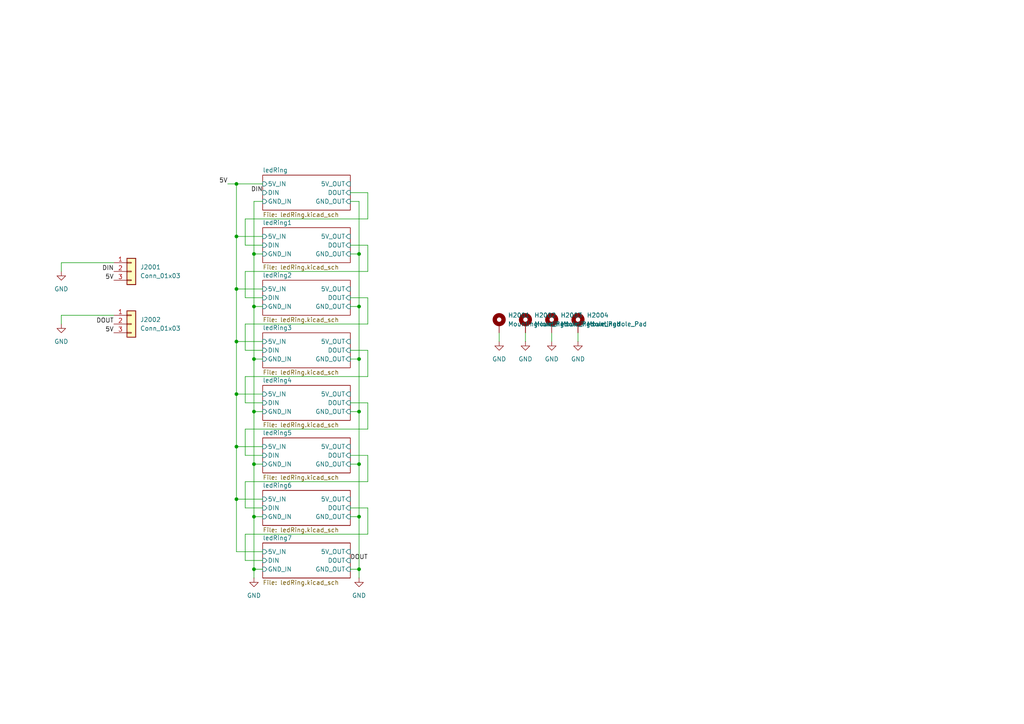
<source format=kicad_sch>
(kicad_sch (version 20250114) (generator "eeschema") (generator_version "9.0")
  (paper "A4")
  (lib_symbols
    (symbol "Connector_Generic:Conn_01x03" (pin_names (offset 1.016) (hide yes))
      (property "Reference" "J" (at 0 5.08 0))
      (property "Value" "Conn_01x03" (at 0 -5.08 0))
      (symbol "Conn_01x03_1_1"
        (rectangle (start -1.27 3.81) (end 1.27 -3.81) (stroke (width 0.254)) (fill (type background)))
        (rectangle (start -1.27 2.667) (end 0 2.413) (stroke (width 0.1524)))
        (rectangle (start -1.27 0.127) (end 0 -0.127) (stroke (width 0.1524)))
        (rectangle (start -1.27 -2.413) (end 0 -2.667) (stroke (width 0.1524)))
        (pin passive line (at -5.08 2.54 0) (length 3.81) (name "Pin_1") (number "1"))
        (pin passive line (at -5.08 0 0) (length 3.81) (name "Pin_2") (number "2"))
        (pin passive line (at -5.08 -2.54 0) (length 3.81) (name "Pin_3") (number "3"))
      )
    )
    (symbol "Mechanical:MountingHole_Pad" (pin_numbers (hide yes)) (pin_names (offset 1.016) (hide yes)) (exclude_from_sim yes) (in_bom no)
      (property "Reference" "H" (at 0 6.35 0))
      (property "Value" "MountingHole_Pad" (at 0 4.445 0))
      (symbol "MountingHole_Pad_0_1"
        (circle (center 0 1.27) (radius 1.27) (stroke (width 1.27)))
      )
      (symbol "MountingHole_Pad_1_1"
        (pin input line (at 0 -2.54 90) (length 2.54) (name "1") (number "1"))
      )
    )
    (symbol "power:GND" (power) (pin_numbers (hide yes)) (pin_names (offset 0) (hide yes))
      (property "Value" "GND" (at 0 -3.81 0))
      (symbol "GND_0_1"
        (polyline (pts (xy 0 0) (xy 0 -1.27) (xy 1.27 -1.27) (xy 0 -2.54) (xy -1.27 -1.27) (xy 0 -1.27)))
      )
      (symbol "GND_1_1"
        (pin power_in line (at 0 0 270) (length 0) (name "~") (number "1"))
      )
    )
  )
  (junction (at 68.58 68.58))
  (junction (at 104.14 104.14))
  (junction (at 73.66 149.86))
  (junction (at 73.66 104.14))
  (junction (at 73.66 88.9))
  (junction (at 68.58 114.3))
  (junction (at 73.66 119.38))
  (junction (at 104.14 88.9))
  (junction (at 104.14 149.86))
  (junction (at 104.14 73.66))
  (junction (at 104.14 165.1))
  (junction (at 68.58 144.78))
  (junction (at 68.58 53.34))
  (junction (at 104.14 119.38))
  (junction (at 68.58 83.82))
  (junction (at 104.14 134.62))
  (junction (at 68.58 99.06))
  (junction (at 73.66 165.1))
  (junction (at 73.66 134.62))
  (junction (at 68.58 129.54))
  (junction (at 73.66 73.66))
  (wire (pts (xy 68.58 68.58) (xy 68.58 83.82)))
  (wire (pts (xy 68.58 160.02) (xy 76.2 160.02)))
  (wire (pts (xy 73.66 73.66) (xy 76.2 73.66)))
  (wire (pts (xy 73.66 88.9) (xy 76.2 88.9)))
  (wire (pts (xy 73.66 88.9) (xy 73.66 73.66)))
  (wire (pts (xy 68.58 144.78) (xy 76.2 144.78)))
  (wire (pts (xy 68.58 129.54) (xy 68.58 144.78)))
  (wire (pts (xy 104.14 134.62) (xy 104.14 119.38)))
  (wire (pts (xy 106.68 116.84) (xy 106.68 124.46)))
  (wire (pts (xy 68.58 83.82) (xy 76.2 83.82)))
  (wire (pts (xy 73.66 104.14) (xy 73.66 88.9)))
  (wire (pts (xy 68.58 129.54) (xy 76.2 129.54)))
  (wire (pts (xy 71.12 154.94) (xy 106.68 154.94)))
  (wire (pts (xy 101.6 116.84) (xy 106.68 116.84)))
  (wire (pts (xy 71.12 101.6) (xy 76.2 101.6)))
  (wire (pts (xy 76.2 71.12) (xy 71.12 71.12)))
  (wire (pts (xy 73.66 134.62) (xy 76.2 134.62)))
  (wire (pts (xy 104.14 119.38) (xy 104.14 104.14)))
  (wire (pts (xy 101.6 101.6) (xy 106.68 101.6)))
  (wire (pts (xy 73.66 149.86) (xy 73.66 134.62)))
  (wire (pts (xy 106.68 86.36) (xy 106.68 93.98)))
  (wire (pts (xy 101.6 104.14) (xy 104.14 104.14)))
  (wire (pts (xy 101.6 88.9) (xy 104.14 88.9)))
  (wire (pts (xy 71.12 162.56) (xy 71.12 154.94)))
  (wire (pts (xy 106.68 63.5) (xy 106.68 55.88)))
  (wire (pts (xy 101.6 86.36) (xy 106.68 86.36)))
  (wire (pts (xy 73.66 165.1) (xy 76.2 165.1)))
  (wire (pts (xy 106.68 101.6) (xy 106.68 109.22)))
  (wire (pts (xy 71.12 63.5) (xy 106.68 63.5)))
  (wire (pts (xy 71.12 116.84) (xy 76.2 116.84)))
  (wire (pts (xy 17.78 78.74) (xy 17.78 76.2)))
  (wire (pts (xy 101.6 71.12) (xy 106.68 71.12)))
  (wire (pts (xy 71.12 147.32) (xy 76.2 147.32)))
  (wire (pts (xy 71.12 86.36) (xy 76.2 86.36)))
  (wire (pts (xy 106.68 109.22) (xy 71.12 109.22)))
  (wire (pts (xy 76.2 162.56) (xy 71.12 162.56)))
  (wire (pts (xy 73.66 58.42) (xy 76.2 58.42)))
  (wire (pts (xy 17.78 93.98) (xy 17.78 91.44)))
  (wire (pts (xy 101.6 134.62) (xy 104.14 134.62)))
  (wire (pts (xy 68.58 99.06) (xy 68.58 114.3)))
  (wire (pts (xy 68.58 53.34) (xy 68.58 68.58)))
  (wire (pts (xy 160.02 96.52) (xy 160.02 99.06)))
  (wire (pts (xy 104.14 167.64) (xy 104.14 165.1)))
  (wire (pts (xy 106.68 139.7) (xy 71.12 139.7)))
  (wire (pts (xy 73.66 167.64) (xy 73.66 165.1)))
  (wire (pts (xy 71.12 124.46) (xy 71.12 132.08)))
  (wire (pts (xy 101.6 149.86) (xy 104.14 149.86)))
  (wire (pts (xy 101.6 119.38) (xy 104.14 119.38)))
  (wire (pts (xy 73.66 119.38) (xy 76.2 119.38)))
  (wire (pts (xy 106.68 154.94) (xy 106.68 147.32)))
  (wire (pts (xy 101.6 132.08) (xy 106.68 132.08)))
  (wire (pts (xy 71.12 78.74) (xy 71.12 86.36)))
  (wire (pts (xy 104.14 88.9) (xy 104.14 73.66)))
  (wire (pts (xy 144.78 96.52) (xy 144.78 99.06)))
  (wire (pts (xy 71.12 109.22) (xy 71.12 116.84)))
  (wire (pts (xy 68.58 83.82) (xy 68.58 99.06)))
  (wire (pts (xy 68.58 68.58) (xy 76.2 68.58)))
  (wire (pts (xy 73.66 165.1) (xy 73.66 149.86)))
  (wire (pts (xy 106.68 55.88) (xy 101.6 55.88)))
  (wire (pts (xy 73.66 73.66) (xy 73.66 58.42)))
  (wire (pts (xy 68.58 114.3) (xy 76.2 114.3)))
  (wire (pts (xy 73.66 134.62) (xy 73.66 119.38)))
  (wire (pts (xy 101.6 73.66) (xy 104.14 73.66)))
  (wire (pts (xy 101.6 147.32) (xy 106.68 147.32)))
  (wire (pts (xy 17.78 76.2) (xy 33.02 76.2)))
  (wire (pts (xy 106.68 78.74) (xy 71.12 78.74)))
  (wire (pts (xy 66.04 53.34) (xy 68.58 53.34)))
  (wire (pts (xy 101.6 165.1) (xy 104.14 165.1)))
  (wire (pts (xy 71.12 132.08) (xy 76.2 132.08)))
  (wire (pts (xy 106.68 93.98) (xy 71.12 93.98)))
  (wire (pts (xy 68.58 53.34) (xy 76.2 53.34)))
  (wire (pts (xy 106.68 124.46) (xy 71.12 124.46)))
  (wire (pts (xy 104.14 165.1) (xy 104.14 149.86)))
  (wire (pts (xy 104.14 149.86) (xy 104.14 134.62)))
  (wire (pts (xy 71.12 139.7) (xy 71.12 147.32)))
  (wire (pts (xy 68.58 114.3) (xy 68.58 129.54)))
  (wire (pts (xy 68.58 99.06) (xy 76.2 99.06)))
  (wire (pts (xy 71.12 71.12) (xy 71.12 63.5)))
  (wire (pts (xy 106.68 132.08) (xy 106.68 139.7)))
  (wire (pts (xy 152.4 96.52) (xy 152.4 99.06)))
  (wire (pts (xy 104.14 58.42) (xy 101.6 58.42)))
  (wire (pts (xy 17.78 91.44) (xy 33.02 91.44)))
  (wire (pts (xy 73.66 149.86) (xy 76.2 149.86)))
  (wire (pts (xy 106.68 71.12) (xy 106.68 78.74)))
  (wire (pts (xy 167.64 96.52) (xy 167.64 99.06)))
  (wire (pts (xy 104.14 73.66) (xy 104.14 58.42)))
  (wire (pts (xy 71.12 93.98) (xy 71.12 101.6)))
  (wire (pts (xy 73.66 104.14) (xy 76.2 104.14)))
  (wire (pts (xy 73.66 119.38) (xy 73.66 104.14)))
  (wire (pts (xy 68.58 144.78) (xy 68.58 160.02)))
  (wire (pts (xy 104.14 104.14) (xy 104.14 88.9)))
  (label "DOUT" (at 101.6 162.56 0))
  (label "5V" (at 33.02 96.52 180))
  (label "5V" (at 33.02 81.28 180))
  (label "DIN" (at 33.02 78.74 180))
  (label "5V" (at 66.04 53.34 180))
  (label "DIN" (at 76.2 55.88 180))
  (label "DOUT" (at 33.02 93.98 180))
  (symbol (lib_id "power:GND") (at 17.78 93.98 0) (unit 1)
    (property "Reference" "#PWR02002" (effects (hide yes)))
    (property "Value" "GND" (at 17.78 99.06 0))
    (property "Description" "Power symbol creates a global label with name \"GND\" , ground" (effects (hide yes)))
  )
  (symbol (lib_id "power:GND") (at 152.4 99.06 0) (unit 1)
    (property "Reference" "#PWR02006" (effects (hide yes)))
    (property "Value" "GND" (at 152.4 104.14 0))
    (property "Description" "Power symbol creates a global label with name \"GND\" , ground" (effects (hide yes)))
  )
  (symbol (lib_id "Mechanical:MountingHole_Pad") (at 167.64 93.98 0) (unit 1) (exclude_from_sim yes) (in_bom no)
    (property "Reference" "H2004" (at 170.18 91.4399 0) (effects (justify left)))
    (property "Value" "MountingHole_Pad" (at 170.18 93.9799 0) (effects (justify left)))
    (property "Footprint" "MountingHole:MountingHole_2.5mm_Pad_Via" (effects (hide yes)))
    (property "Description" "Mounting Hole with connection" (effects (hide yes)))
  )
  (symbol (lib_id "Connector_Generic:Conn_01x03") (at 38.1 93.98 0) (unit 1)
    (property "Reference" "J2002" (at 40.64 92.7099 0) (effects (justify left)))
    (property "Value" "Conn_01x03" (at 40.64 95.2499 0) (effects (justify left)))
    (property "Footprint" "Connector_PinHeader_2.54mm:PinHeader_1x03_P2.54mm_Vertical" (effects (hide yes)))
    (property "Description" "Generic connector, single row, 01x03, script generated (kicad-library-utils/schlib/autogen/connector/)" (effects (hide yes)))
  )
  (symbol (lib_id "Mechanical:MountingHole_Pad") (at 144.78 93.98 0) (unit 1) (exclude_from_sim yes) (in_bom no)
    (property "Reference" "H2001" (at 147.32 91.4399 0) (effects (justify left)))
    (property "Value" "MountingHole_Pad" (at 147.32 93.9799 0) (effects (justify left)))
    (property "Footprint" "MountingHole:MountingHole_2.5mm_Pad_Via" (effects (hide yes)))
    (property "Description" "Mounting Hole with connection" (effects (hide yes)))
  )
  (symbol (lib_id "power:GND") (at 160.02 99.06 0) (unit 1)
    (property "Reference" "#PWR02007" (effects (hide yes)))
    (property "Value" "GND" (at 160.02 104.14 0))
    (property "Description" "Power symbol creates a global label with name \"GND\" , ground" (effects (hide yes)))
  )
  (symbol (lib_id "Connector_Generic:Conn_01x03") (at 38.1 78.74 0) (unit 1)
    (property "Reference" "J2001" (at 40.64 77.4699 0) (effects (justify left)))
    (property "Value" "Conn_01x03" (at 40.64 80.0099 0) (effects (justify left)))
    (property "Footprint" "Connector_PinHeader_2.54mm:PinHeader_1x03_P2.54mm_Vertical" (effects (hide yes)))
    (property "Description" "Generic connector, single row, 01x03, script generated (kicad-library-utils/schlib/autogen/connector/)" (effects (hide yes)))
  )
  (symbol (lib_id "power:GND") (at 167.64 99.06 0) (unit 1)
    (property "Reference" "#PWR02008" (effects (hide yes)))
    (property "Value" "GND" (at 167.64 104.14 0))
    (property "Description" "Power symbol creates a global label with name \"GND\" , ground" (effects (hide yes)))
  )
  (symbol (lib_id "Mechanical:MountingHole_Pad") (at 152.4 93.98 0) (unit 1) (exclude_from_sim yes) (in_bom no)
    (property "Reference" "H2002" (at 154.94 91.4399 0) (effects (justify left)))
    (property "Value" "MountingHole_Pad" (at 154.94 93.9799 0) (effects (justify left)))
    (property "Footprint" "MountingHole:MountingHole_2.5mm_Pad_Via" (effects (hide yes)))
    (property "Description" "Mounting Hole with connection" (effects (hide yes)))
  )
  (symbol (lib_id "power:GND") (at 17.78 78.74 0) (unit 1)
    (property "Reference" "#PWR02001" (effects (hide yes)))
    (property "Value" "GND" (at 17.78 83.82 0))
    (property "Description" "Power symbol creates a global label with name \"GND\" , ground" (effects (hide yes)))
  )
  (symbol (lib_id "power:GND") (at 104.14 167.64 0) (unit 1)
    (property "Reference" "#PWR02004" (effects (hide yes)))
    (property "Value" "GND" (at 104.14 172.72 0))
    (property "Description" "Power symbol creates a global label with name \"GND\" , ground" (effects (hide yes)))
  )
  (symbol (lib_id "power:GND") (at 144.78 99.06 0) (unit 1)
    (property "Reference" "#PWR02005" (effects (hide yes)))
    (property "Value" "GND" (at 144.78 104.14 0))
    (property "Description" "Power symbol creates a global label with name \"GND\" , ground" (effects (hide yes)))
  )
  (symbol (lib_id "Mechanical:MountingHole_Pad") (at 160.02 93.98 0) (unit 1) (exclude_from_sim yes) (in_bom no)
    (property "Reference" "H2003" (at 162.56 91.4399 0) (effects (justify left)))
    (property "Value" "MountingHole_Pad" (at 162.56 93.9799 0) (effects (justify left)))
    (property "Footprint" "MountingHole:MountingHole_2.5mm_Pad_Via" (effects (hide yes)))
    (property "Description" "Mounting Hole with connection" (effects (hide yes)))
  )
  (symbol (lib_id "power:GND") (at 73.66 167.64 0) (unit 1)
    (property "Reference" "#PWR02003" (effects (hide yes)))
    (property "Value" "GND" (at 73.66 172.72 0))
    (property "Description" "Power symbol creates a global label with name \"GND\" , ground" (effects (hide yes)))
  )
  (sheet (at 76.2 96.52) (size 25.4 10.16) (stroke (width 0.1524))
    (property "Sheetname" "ledRing3" (at 76.2 95.8084 0) (effects (justify left bottom)))
    (property "Sheetfile" "ledRing.kicad_sch" (at 76.2 107.2646 0) (effects (justify left top)))
    (pin "5V_IN" input (at 76.2 99.06 180))
    (pin "5V_OUT" input (at 101.6 99.06 0))
    (pin "DIN" input (at 76.2 101.6 180))
    (pin "DOUT" input (at 101.6 101.6 0))
    (pin "GND_IN" input (at 76.2 104.14 180))
    (pin "GND_OUT" input (at 101.6 104.14 0))
  )
  (sheet (at 76.2 50.8) (size 25.4 10.16) (stroke (width 0.1524))
    (property "Sheetname" "ledRing" (at 76.2 50.0884 0) (effects (justify left bottom)))
    (property "Sheetfile" "ledRing.kicad_sch" (at 76.2 61.5446 0) (effects (justify left top)))
    (pin "5V_IN" input (at 76.2 53.34 180))
    (pin "5V_OUT" input (at 101.6 53.34 0))
    (pin "DIN" input (at 76.2 55.88 180))
    (pin "DOUT" input (at 101.6 55.88 0))
    (pin "GND_IN" input (at 76.2 58.42 180))
    (pin "GND_OUT" input (at 101.6 58.42 0))
  )
  (sheet (at 76.2 127) (size 25.4 10.16) (stroke (width 0.1524))
    (property "Sheetname" "ledRing5" (at 76.2 126.2884 0) (effects (justify left bottom)))
    (property "Sheetfile" "ledRing.kicad_sch" (at 76.2 137.7446 0) (effects (justify left top)))
    (pin "5V_IN" input (at 76.2 129.54 180))
    (pin "5V_OUT" input (at 101.6 129.54 0))
    (pin "DIN" input (at 76.2 132.08 180))
    (pin "DOUT" input (at 101.6 132.08 0))
    (pin "GND_IN" input (at 76.2 134.62 180))
    (pin "GND_OUT" input (at 101.6 134.62 0))
  )
  (sheet (at 76.2 111.76) (size 25.4 10.16) (stroke (width 0.1524))
    (property "Sheetname" "ledRing4" (at 76.2 111.0484 0) (effects (justify left bottom)))
    (property "Sheetfile" "ledRing.kicad_sch" (at 76.2 122.5046 0) (effects (justify left top)))
    (pin "5V_IN" input (at 76.2 114.3 180))
    (pin "5V_OUT" input (at 101.6 114.3 0))
    (pin "DIN" input (at 76.2 116.84 180))
    (pin "DOUT" input (at 101.6 116.84 0))
    (pin "GND_IN" input (at 76.2 119.38 180))
    (pin "GND_OUT" input (at 101.6 119.38 0))
  )
  (sheet (at 76.2 66.04) (size 25.4 10.16) (stroke (width 0.1524))
    (property "Sheetname" "ledRing1" (at 76.2 65.3284 0) (effects (justify left bottom)))
    (property "Sheetfile" "ledRing.kicad_sch" (at 76.2 76.7846 0) (effects (justify left top)))
    (pin "5V_IN" input (at 76.2 68.58 180))
    (pin "5V_OUT" input (at 101.6 68.58 0))
    (pin "DIN" input (at 76.2 71.12 180))
    (pin "DOUT" input (at 101.6 71.12 0))
    (pin "GND_IN" input (at 76.2 73.66 180))
    (pin "GND_OUT" input (at 101.6 73.66 0))
  )
  (sheet (at 76.2 157.48) (size 25.4 10.16) (stroke (width 0.1524))
    (property "Sheetname" "ledRing7" (at 76.2 156.7684 0) (effects (justify left bottom)))
    (property "Sheetfile" "ledRing.kicad_sch" (at 76.2 168.2246 0) (effects (justify left top)))
    (pin "5V_IN" input (at 76.2 160.02 180))
    (pin "5V_OUT" input (at 101.6 160.02 0))
    (pin "DIN" input (at 76.2 162.56 180))
    (pin "DOUT" input (at 101.6 162.56 0))
    (pin "GND_IN" input (at 76.2 165.1 180))
    (pin "GND_OUT" input (at 101.6 165.1 0))
  )
  (sheet (at 76.2 142.24) (size 25.4 10.16) (stroke (width 0.1524))
    (property "Sheetname" "ledRing6" (at 76.2 141.5284 0) (effects (justify left bottom)))
    (property "Sheetfile" "ledRing.kicad_sch" (at 76.2 152.9846 0) (effects (justify left top)))
    (pin "5V_IN" input (at 76.2 144.78 180))
    (pin "5V_OUT" input (at 101.6 144.78 0))
    (pin "DIN" input (at 76.2 147.32 180))
    (pin "DOUT" input (at 101.6 147.32 0))
    (pin "GND_IN" input (at 76.2 149.86 180))
    (pin "GND_OUT" input (at 101.6 149.86 0))
  )
  (sheet (at 76.2 81.28) (size 25.4 10.16) (stroke (width 0.1524))
    (property "Sheetname" "ledRing2" (at 76.2 80.5684 0) (effects (justify left bottom)))
    (property "Sheetfile" "ledRing.kicad_sch" (at 76.2 92.0246 0) (effects (justify left top)))
    (pin "5V_IN" input (at 76.2 83.82 180))
    (pin "5V_OUT" input (at 101.6 83.82 0))
    (pin "DIN" input (at 76.2 86.36 180))
    (pin "DOUT" input (at 101.6 86.36 0))
    (pin "GND_IN" input (at 76.2 88.9 180))
    (pin "GND_OUT" input (at 101.6 88.9 0))
  )
)
</source>
